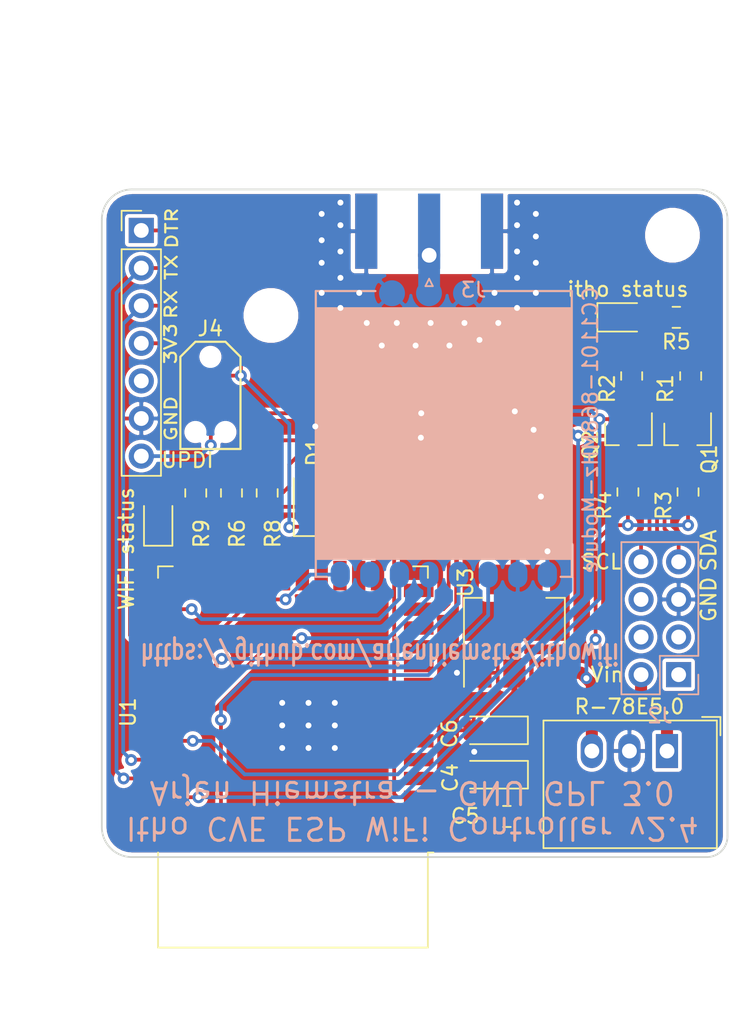
<source format=kicad_pcb>
(kicad_pcb (version 20171130) (host pcbnew "(5.1.9-0-10_14)")
  (layers (0 F.Cu signal) (1 GND power) (2 3V3 power) (31 B.Cu signal) (34 B.Paste user) (35 F.Paste user) (36 B.SilkS user) (37 F.SilkS user) (38 B.Mask user) (39 F.Mask user) (44 Edge.Cuts user))
  (net 0 "")
  (net 1 GND)
  (net 2 +5V)
  (net 3 +3V3)
  (net 4 +16V3)
  (net 5 SDA)
  (net 6 SCL)
  (net 7 "Net-(ATtiny1614-Pad11)")
  (net 8 "Net-(ATtiny1614-Pad9)")
  (net 9 "Net-(ATtiny1614-Pad8)")
  (net 10 "Net-(ATtiny1614-Pad4)")
  (net 11 "Net-(J3-Pad1)")
  (net 12 UPDI)
  (net 13 D0)
  (net 14 D0/RX0)
  (net 15 D1/TX0)
  (net 16 D23_MOSI)
  (net 17 D19_MISO)
  (net 18 D18_SCK)
  (net 19 D5_SS)
  (net 20 D4_IRQ)
  (net 21 "Net-(ATtiny1614-Pad2)")
  (net 22 "Net-(ATtiny1614-Pad3)")
  (net 23 "Net-(ATtiny1614-Pad5)")
  (net 24 "Net-(ATtiny1614-Pad6)")
  (net 25 "Net-(ATtiny1614-Pad7)")
  (net 26 "Net-(ATtiny1614-Pad12)")
  (net 27 "Net-(ATtiny1614-Pad13)")
  (net 28 "Net-(J1-Pad5)")
  (net 29 "Net-(J2-Pad1)")
  (net 30 "Net-(J2-Pad3)")
  (net 31 "Net-(J2-Pad4)")
  (net 32 "Net-(J2-Pad6)")
  (net 33 "Net-(U1-Pad32)")
  (net 34 "Net-(U1-Pad24)")
  (net 35 "Net-(U1-Pad23)")
  (net 36 "Net-(U1-Pad22)")
  (net 37 "Net-(U1-Pad21)")
  (net 38 "Net-(U1-Pad20)")
  (net 39 "Net-(U1-Pad19)")
  (net 40 "Net-(U1-Pad18)")
  (net 41 "Net-(U1-Pad17)")
  (net 42 "Net-(U1-Pad16)")
  (net 43 "Net-(U1-Pad14)")
  (net 44 "Net-(U1-Pad12)")
  (net 45 "Net-(U1-Pad11)")
  (net 46 "Net-(U1-Pad10)")
  (net 47 "Net-(U1-Pad9)")
  (net 48 "Net-(U1-Pad8)")
  (net 49 "Net-(U1-Pad7)")
  (net 50 "Net-(U1-Pad6)")
  (net 51 "Net-(U1-Pad5)")
  (net 52 "Net-(U1-Pad4)")
  (net 53 "Net-(U2-Pad7)")
  (net 54 "Net-(JP1-Pad2)")
  (net 55 EN)
  (net 56 DTR)
  (net 57 "Net-(LED1-Pad2)")
  (net 58 "Net-(LED1-Pad1)")
  (net 59 "Net-(LED2-Pad2)")
  (module MountingHole:MountingHole_2.5mm (layer F.Cu) (at 94.488 113.538)
    (fp_text reference H2 hide)
    (fp_text value MountingHole hide)
    (pad "" np_thru_hole circle (at 0 0) (size 3.2 3.2) (drill 3.2) (layers *.Cu *.Mask))
  )
  (module Package_SO:SOIC-14_3.9x8.7mm_P1.27mm (layer F.Cu) (at 108.4326 120.966 90)
    (fp_text reference ATtiny1614 (at 4.634 -0.3556) (layer F.SilkS))
    (fp_text value ATtiny1614-SS)
    (pad 1 smd roundrect (at -2.475 -3.81 90) (size 1.95 0.6) (layers F.Cu F.Paste F.Mask) (net 3 +3V3))
    (pad 2 smd roundrect (at -2.475 -2.54 90) (size 1.95 0.6) (layers F.Cu F.Paste F.Mask) (net 21 "Net-(ATtiny1614-Pad2)"))
    (pad 3 smd roundrect (at -2.475 -1.27 90) (size 1.95 0.6) (layers F.Cu F.Paste F.Mask) (net 22 "Net-(ATtiny1614-Pad3)"))
    (pad 4 smd roundrect (at -2.475 0 90) (size 1.95 0.6) (layers F.Cu F.Paste F.Mask) (net 10 "Net-(ATtiny1614-Pad4)"))
    (pad 5 smd roundrect (at -2.475 1.27 90) (size 1.95 0.6) (layers F.Cu F.Paste F.Mask) (net 23 "Net-(ATtiny1614-Pad5)"))
    (pad 6 smd roundrect (at -2.475 2.54 90) (size 1.95 0.6) (layers F.Cu F.Paste F.Mask) (net 24 "Net-(ATtiny1614-Pad6)"))
    (pad 7 smd roundrect (at -2.475 3.81 90) (size 1.95 0.6) (layers F.Cu F.Paste F.Mask) (net 25 "Net-(ATtiny1614-Pad7)"))
    (pad 8 smd roundrect (at 2.475 3.81 90) (size 1.95 0.6) (layers F.Cu F.Paste F.Mask) (net 9 "Net-(ATtiny1614-Pad8)"))
    (pad 9 smd roundrect (at 2.475 2.54 90) (size 1.95 0.6) (layers F.Cu F.Paste F.Mask) (net 8 "Net-(ATtiny1614-Pad9)"))
    (pad 10 smd roundrect (at 2.475 1.27 90) (size 1.95 0.6) (layers F.Cu F.Paste F.Mask) (net 12 UPDI))
    (pad 11 smd roundrect (at 2.475 0 90) (size 1.95 0.6) (layers F.Cu F.Paste F.Mask) (net 7 "Net-(ATtiny1614-Pad11)"))
    (pad 12 smd roundrect (at 2.475 -1.27 90) (size 1.95 0.6) (layers F.Cu F.Paste F.Mask) (net 26 "Net-(ATtiny1614-Pad12)"))
    (pad 13 smd roundrect (at 2.475 -2.54 90) (size 1.95 0.6) (layers F.Cu F.Paste F.Mask) (net 27 "Net-(ATtiny1614-Pad13)"))
    (pad 14 smd roundrect (at 2.475 -3.81 90) (size 1.95 0.6) (layers F.Cu F.Paste F.Mask) (net 1 GND))
  )
  (module nrg_watch:TC2020-MCP-NL (layer F.Cu) (at 90.3986 118.872)
    (fp_text reference J4 (at -0.0127 -4.445) (layer F.SilkS))
    (fp_text value TC2030-MCP-NL hide)
    (pad 6 smd circle (at 0.635 1.27) (size 0.7874 0.7874) (layers F.Cu F.Mask) (net 12 UPDI))
    (pad 4 smd circle (at 0.635 0) (size 0.7874 0.7874) (layers F.Cu F.Mask) (net 1 GND))
    (pad 5 smd circle (at -0.635 1.27) (size 0.7874 0.7874) (layers F.Cu F.Mask) (net 3 +3V3))
    (pad 3 smd circle (at -0.635 0) (size 0.7874 0.7874) (layers F.Cu F.Mask) (net 14 D0/RX0))
    (pad 1 smd circle (at -0.635 -1.27) (size 0.7874 0.7874) (layers F.Cu F.Mask) (net 15 D1/TX0))
    (pad 2 smd circle (at 0.635 -1.27) (size 0.7874 0.7874) (layers F.Cu F.Mask) (net 56 DTR))
    (pad "" np_thru_hole circle (at -1.016 2.54) (size 0.9906 0.9906) (drill 0.9906) (layers *.Cu *.Mask))
    (pad "" np_thru_hole circle (at 1.016 2.54) (size 0.9906 0.9906) (drill 0.9906) (layers *.Cu *.Mask))
    (pad "" np_thru_hole circle (at 0 -2.54) (size 0.9906 0.9906) (drill 0.9906) (layers *.Cu *.Mask))
  )
  (module MountingHole:MountingHole_2.5mm (layer F.Cu) (at 121.63 108.12)
    (fp_text reference H1 hide)
    (fp_text value MountingHole hide)
    (pad "" np_thru_hole circle (at 0 0) (size 3.2 3.2) (drill 3.2) (layers *.Cu *.Mask))
  )
  (module RF_Module:ESP32-WROOM-32 (layer F.Cu) (at 95.9776 140.3604 180)
    (fp_text reference U1 (at 11.1416 0.0254 -90) (layer F.SilkS))
    (fp_text value ESP32-WROOM hide)
    (pad 38 smd rect (at 8.5 -8.255 180) (size 2 0.9) (layers F.Cu F.Paste F.Mask) (net 1 GND))
    (pad 37 smd rect (at 8.5 -6.985 180) (size 2 0.9) (layers F.Cu F.Paste F.Mask) (net 16 D23_MOSI))
    (pad 36 smd rect (at 8.5 -5.715 180) (size 2 0.9) (layers F.Cu F.Paste F.Mask) (net 8 "Net-(ATtiny1614-Pad9)"))
    (pad 35 smd rect (at 8.5 -4.445 180) (size 2 0.9) (layers F.Cu F.Paste F.Mask) (net 15 D1/TX0))
    (pad 34 smd rect (at 8.5 -3.175 180) (size 2 0.9) (layers F.Cu F.Paste F.Mask) (net 14 D0/RX0))
    (pad 33 smd rect (at 8.5 -1.905 180) (size 2 0.9) (layers F.Cu F.Paste F.Mask) (net 9 "Net-(ATtiny1614-Pad8)"))
    (pad 32 smd rect (at 8.5 -0.635 180) (size 2 0.9) (layers F.Cu F.Paste F.Mask) (net 33 "Net-(U1-Pad32)"))
    (pad 31 smd rect (at 8.5 0.635 180) (size 2 0.9) (layers F.Cu F.Paste F.Mask) (net 17 D19_MISO))
    (pad 30 smd rect (at 8.5 1.905 180) (size 2 0.9) (layers F.Cu F.Paste F.Mask) (net 18 D18_SCK))
    (pad 29 smd rect (at 8.5 3.175 180) (size 2 0.9) (layers F.Cu F.Paste F.Mask) (net 19 D5_SS))
    (pad 28 smd rect (at 8.5 4.445 180) (size 2 0.9) (layers F.Cu F.Paste F.Mask) (net 58 "Net-(LED1-Pad1)"))
    (pad 27 smd rect (at 8.5 5.715 180) (size 2 0.9) (layers F.Cu F.Paste F.Mask) (net 10 "Net-(ATtiny1614-Pad4)"))
    (pad 26 smd rect (at 8.5 6.985 180) (size 2 0.9) (layers F.Cu F.Paste F.Mask) (net 20 D4_IRQ))
    (pad 25 smd rect (at 8.5 8.255 180) (size 2 0.9) (layers F.Cu F.Paste F.Mask) (net 13 D0))
    (pad 24 smd rect (at 5.715 9.255 270) (size 2 0.9) (layers F.Cu F.Paste F.Mask) (net 34 "Net-(U1-Pad24)"))
    (pad 23 smd rect (at 4.445 9.255 270) (size 2 0.9) (layers F.Cu F.Paste F.Mask) (net 35 "Net-(U1-Pad23)"))
    (pad 22 smd rect (at 3.175 9.255 270) (size 2 0.9) (layers F.Cu F.Paste F.Mask) (net 36 "Net-(U1-Pad22)"))
    (pad 21 smd rect (at 1.905 9.255 270) (size 2 0.9) (layers F.Cu F.Paste F.Mask) (net 37 "Net-(U1-Pad21)"))
    (pad 20 smd rect (at 0.635 9.255 270) (size 2 0.9) (layers F.Cu F.Paste F.Mask) (net 38 "Net-(U1-Pad20)"))
    (pad 19 smd rect (at -0.635 9.255 270) (size 2 0.9) (layers F.Cu F.Paste F.Mask) (net 39 "Net-(U1-Pad19)"))
    (pad 18 smd rect (at -1.905 9.255 270) (size 2 0.9) (layers F.Cu F.Paste F.Mask) (net 40 "Net-(U1-Pad18)"))
    (pad 17 smd rect (at -3.175 9.255 270) (size 2 0.9) (layers F.Cu F.Paste F.Mask) (net 41 "Net-(U1-Pad17)"))
    (pad 16 smd rect (at -4.445 9.255 270) (size 2 0.9) (layers F.Cu F.Paste F.Mask) (net 42 "Net-(U1-Pad16)"))
    (pad 15 smd rect (at -5.715 9.255 270) (size 2 0.9) (layers F.Cu F.Paste F.Mask) (net 1 GND))
    (pad 14 smd rect (at -8.5 8.255 180) (size 2 0.9) (layers F.Cu F.Paste F.Mask) (net 43 "Net-(U1-Pad14)"))
    (pad 13 smd rect (at -8.5 6.985 180) (size 2 0.9) (layers F.Cu F.Paste F.Mask) (net 54 "Net-(JP1-Pad2)"))
    (pad 12 smd rect (at -8.5 5.715 180) (size 2 0.9) (layers F.Cu F.Paste F.Mask) (net 44 "Net-(U1-Pad12)"))
    (pad 11 smd rect (at -8.5 4.445 180) (size 2 0.9) (layers F.Cu F.Paste F.Mask) (net 45 "Net-(U1-Pad11)"))
    (pad 10 smd rect (at -8.5 3.175 180) (size 2 0.9) (layers F.Cu F.Paste F.Mask) (net 46 "Net-(U1-Pad10)"))
    (pad 9 smd rect (at -8.5 1.905 180) (size 2 0.9) (layers F.Cu F.Paste F.Mask) (net 47 "Net-(U1-Pad9)"))
    (pad 8 smd rect (at -8.5 0.635 180) (size 2 0.9) (layers F.Cu F.Paste F.Mask) (net 48 "Net-(U1-Pad8)"))
    (pad 7 smd rect (at -8.5 -0.635 180) (size 2 0.9) (layers F.Cu F.Paste F.Mask) (net 49 "Net-(U1-Pad7)"))
    (pad 6 smd rect (at -8.5 -1.905 180) (size 2 0.9) (layers F.Cu F.Paste F.Mask) (net 50 "Net-(U1-Pad6)"))
    (pad 5 smd rect (at -8.5 -3.175 180) (size 2 0.9) (layers F.Cu F.Paste F.Mask) (net 51 "Net-(U1-Pad5)"))
    (pad 4 smd rect (at -8.5 -4.445 180) (size 2 0.9) (layers F.Cu F.Paste F.Mask) (net 52 "Net-(U1-Pad4)"))
    (pad 3 smd rect (at -8.5 -5.715 180) (size 2 0.9) (layers F.Cu F.Paste F.Mask) (net 55 EN))
    (pad 2 smd rect (at -8.5 -6.985 180) (size 2 0.9) (layers F.Cu F.Paste F.Mask) (net 3 +3V3))
    (pad 1 smd rect (at -8.5 -8.255 180) (size 2 0.9) (layers F.Cu F.Paste F.Mask) (net 1 GND))
    (pad 39 smd rect (at -1 -0.755 180) (size 5 5) (layers F.Cu F.Paste F.Mask) (net 1 GND))
  )
  (module Jumper:SolderJumper-2_P1.3mm_Open_RoundedPad1.0x1.5mm (layer F.Cu) (at 109.1542 127.3556 180)
    (fp_text reference JP1 hide)
    (fp_text value Failsafe (at 0 1.9) (layer F.SilkS))
    (pad 2 smd custom (at 0.65 0 180) (size 1 0.5) (layers F.Cu F.Mask) (net 54 "Net-(JP1-Pad2)") (options (clearance outline) (anchor rect)) (primitives (gr_circle (center 0 0.25) (end 0.5 0.25) (width 0)) (gr_circle (center 0 -0.25) (end 0.5 -0.25) (width 0)) (gr_poly (pts (xy 0 -0.75) (xy -0.5 -0.75) (xy -0.5 0.75) (xy 0 0.75)) (width 0))))
    (pad 1 smd custom (at -0.65 0 180) (size 1 0.5) (layers F.Cu F.Mask) (net 3 +3V3) (options (clearance outline) (anchor rect)) (primitives (gr_circle (center 0 0.25) (end 0.5 0.25) (width 0)) (gr_circle (center 0 -0.25) (end 0.5 -0.25) (width 0)) (gr_poly (pts (xy 0 -0.75) (xy 0.5 -0.75) (xy 0.5 0.75) (xy 0 0.75)) (width 0))))
  )
  (module Resistor_SMD:R_0805_2012Metric (layer F.Cu) (at 105.5647 127.3556)
    (fp_text reference R10 (at -0.4341 1.778 180) (layer F.SilkS))
    (fp_text value 10K hide)
    (pad 2 smd roundrect (at 0.9375 0) (size 0.975 1.4) (layers F.Cu F.Paste F.Mask) (net 54 "Net-(JP1-Pad2)"))
    (pad 1 smd roundrect (at -0.9375 0) (size 0.975 1.4) (layers F.Cu F.Paste F.Mask) (net 1 GND))
  )
  (module Capacitor_Tantalum_SMD:CP_EIA-3216-12_Kemet-S (layer F.Cu) (at 109.5464 141.5542 180)
    (fp_text reference C6 (at 2.9934 -0.2286 90) (layer F.SilkS))
    (fp_text value 10uF hide)
    (pad 2 smd roundrect (at 1.35 0 180) (size 1.4 1.35) (layers F.Cu F.Paste F.Mask) (roundrect_rratio 0.1851844444444445) (net 1 GND))
    (pad 1 smd roundrect (at -1.35 0 180) (size 1.4 1.35) (layers F.Cu F.Paste F.Mask) (roundrect_rratio 0.1851844444444445) (net 2 +5V))
  )
  (module Capacitor_Tantalum_SMD:CP_EIA-3216-12_Kemet-S (layer F.Cu) (at 109.5502 144.5514 180)
    (fp_text reference C4 (at 2.9464 -0.2032 90) (layer F.SilkS))
    (fp_text value 10uF hide)
    (pad 2 smd roundrect (at 1.35 0 180) (size 1.4 1.35) (layers F.Cu F.Paste F.Mask) (roundrect_rratio 0.1851844444444445) (net 1 GND))
    (pad 1 smd roundrect (at -1.35 0 180) (size 1.4 1.35) (layers F.Cu F.Paste F.Mask) (roundrect_rratio 0.1851844444444445) (net 3 +3V3))
  )
  (module Connector_Pin:Pin_D1.0mm_L10.0mm (layer F.Cu) (at 105.1814 109.474)
    (fp_text reference REF** hide)
    (fp_text value Pin_D1.0mm_L10.0mm hide)
    (pad 1 thru_hole circle (at 0 0) (size 1.5 1.5) (drill 1) (layers *.Cu *.Mask) (net 11 "Net-(J3-Pad1)"))
  )
  (module LED_SMD:LED_0805_2012Metric (layer F.Cu) (at 86.868 127.4041 90)
    (fp_text reference LED1 hide)
    (fp_text value "WIFI status" (at -1.8819 -2.159 -90) (layer F.SilkS))
    (pad 2 smd roundrect (at 0.9375 0 90) (size 0.975 1.4) (layers F.Cu F.Paste F.Mask) (net 57 "Net-(LED1-Pad2)"))
    (pad 1 smd roundrect (at -0.9375 0 90) (size 0.975 1.4) (layers F.Cu F.Paste F.Mask) (net 58 "Net-(LED1-Pad1)"))
  )
  (module Resistor_SMD:R_0805_2012Metric (layer F.Cu) (at 89.408 125.5245 270)
    (fp_text reference R9 (at 2.7455 -0.381 270) (layer F.SilkS))
    (fp_text value R100 hide)
    (pad 2 smd roundrect (at 0.9375 0 270) (size 0.975 1.4) (layers F.Cu F.Paste F.Mask) (net 57 "Net-(LED1-Pad2)"))
    (pad 1 smd roundrect (at -0.9375 0 270) (size 0.975 1.4) (layers F.Cu F.Paste F.Mask) (net 3 +3V3))
  )
  (module Package_TO_SOT_SMD:SOT-223-3_TabPin2 (layer F.Cu) (at 110.9472 134.518 90)
    (fp_text reference U3 (at 2.9464 -3.302 90) (layer F.SilkS))
    (fp_text value AMS1117-3.3 hide)
    (pad 1 smd rect (at -3.15 -2.3 90) (size 2 1.5) (layers F.Cu F.Paste F.Mask) (net 1 GND))
    (pad 3 smd rect (at -3.15 2.3 90) (size 2 1.5) (layers F.Cu F.Paste F.Mask) (net 2 +5V))
    (pad 2 smd rect (at -3.15 0 90) (size 2 1.5) (layers F.Cu F.Paste F.Mask) (net 3 +3V3))
    (pad 2 smd rect (at 3.15 0 90) (size 2 3.8) (layers F.Cu F.Paste F.Mask) (net 3 +3V3))
  )
  (module Resistor_SMD:R_0805_2012Metric (layer F.Cu) (at 94.234 125.5245 90)
    (fp_text reference R8 (at -2.7455 0.381 90) (layer F.SilkS))
    (fp_text value 10K hide)
    (pad 2 smd roundrect (at 0.9375 0 90) (size 0.975 1.4) (layers F.Cu F.Paste F.Mask) (net 3 +3V3))
    (pad 1 smd roundrect (at -0.9375 0 90) (size 0.975 1.4) (layers F.Cu F.Paste F.Mask) (net 13 D0))
  )
  (module Resistor_SMD:R_0805_2012Metric (layer F.Cu) (at 99.949 122.9083 90)
    (fp_text reference R7 (at 2.7155 0.381 90) (layer F.SilkS))
    (fp_text value 10K hide)
    (pad 2 smd roundrect (at 0.9375 0 90) (size 0.975 1.4) (layers F.Cu F.Paste F.Mask) (net 3 +3V3))
    (pad 1 smd roundrect (at -0.9375 0 90) (size 0.975 1.4) (layers F.Cu F.Paste F.Mask) (net 55 EN))
  )
  (module Connector_PinHeader_2.54mm:PinHeader_1x07_P2.54mm_Vertical (layer F.Cu) (at 85.725 107.7976)
    (fp_text reference J1 hide)
    (fp_text value CONN_01X07 hide)
    (pad 7 thru_hole oval (at 0 15.24) (size 1.7 1.7) (drill 1) (layers *.Cu *.Mask) (net 12 UPDI))
    (pad 6 thru_hole oval (at 0 12.7) (size 1.7 1.7) (drill 1) (layers *.Cu *.Mask) (net 1 GND))
    (pad 5 thru_hole oval (at 0 10.16) (size 1.7 1.7) (drill 1) (layers *.Cu *.Mask) (net 28 "Net-(J1-Pad5)"))
    (pad 4 thru_hole oval (at 0 7.62) (size 1.7 1.7) (drill 1) (layers *.Cu *.Mask) (net 3 +3V3))
    (pad 3 thru_hole oval (at 0 5.08) (size 1.7 1.7) (drill 1) (layers *.Cu *.Mask) (net 14 D0/RX0))
    (pad 2 thru_hole oval (at 0 2.54) (size 1.7 1.7) (drill 1) (layers *.Cu *.Mask) (net 15 D1/TX0))
    (pad 1 thru_hole rect (at 0 0) (size 1.7 1.7) (drill 1) (layers *.Cu *.Mask) (net 56 DTR))
  )
  (module Diode_SMD:D_SOD-123 (layer F.Cu) (at 97.028 126.1862 90)
    (fp_text reference D1 (at 3.429 0.381 90) (layer F.SilkS))
    (fp_text value D_Zener hide)
    (pad 2 smd rect (at 1.65 0 90) (size 0.9 1.2) (layers F.Cu F.Paste F.Mask) (net 13 D0))
    (pad 1 smd rect (at -1.65 0 90) (size 0.9 1.2) (layers F.Cu F.Paste F.Mask) (net 56 DTR))
  )
  (module Capacitor_SMD:C_0805_2012Metric (layer F.Cu) (at 110.4369 147.3708)
    (fp_text reference C5 (at -2.8171 -0.0254) (layer F.SilkS))
    (fp_text value 0.1uF hide)
    (pad 2 smd roundrect (at 0.9375 0) (size 0.975 1.4) (layers F.Cu F.Paste F.Mask) (net 1 GND))
    (pad 1 smd roundrect (at -0.9375 0) (size 0.975 1.4) (layers F.Cu F.Paste F.Mask) (net 3 +3V3))
  )
  (module Capacitor_SMD:C_0805_2012Metric (layer F.Cu) (at 99.949 126.873 270)
    (fp_text reference C2 (at -0.0785 -1.8542 270) (layer F.SilkS))
    (fp_text value 1uF hide)
    (pad 2 smd roundrect (at 0.9375 0 270) (size 0.975 1.4) (layers F.Cu F.Paste F.Mask) (net 56 DTR))
    (pad 1 smd roundrect (at -0.9375 0 270) (size 0.975 1.4) (layers F.Cu F.Paste F.Mask) (net 55 EN))
  )
  (module Connector_Coaxial:SMA_Amphenol_132289_EdgeMount (layer B.Cu) (at 105.1814 107.8484 90)
    (fp_text reference J3 (at -3.96 3) (layer B.SilkS) (effects (justify mirror)))
    (fp_text value Conn_Coaxial)
    (pad 2 smd rect (at 0 -4.25) (size 1.5 5.08) (layers F.Cu F.Paste F.Mask) (net 1 GND))
    (pad 2 smd rect (at 0 4.25) (size 1.5 5.08) (layers F.Cu F.Paste F.Mask) (net 1 GND))
    (pad 2 smd rect (at 0 -4.25) (size 1.5 5.08) (layers B.Cu B.Paste B.Mask) (net 1 GND))
    (pad 2 smd rect (at 0 4.25) (size 1.5 5.08) (layers B.Cu B.Paste B.Mask) (net 1 GND))
    (pad 1 smd rect (at 0 0) (size 1.5 5.08) (layers B.Cu B.Paste B.Mask) (net 11 "Net-(J3-Pad1)"))
  )
  (module nrg_watch:CC1101-868MHz-Module (layer B.Cu) (at 106.172 121.539 90)
    (fp_text reference U2 hide)
    (fp_text value CC1101-868MHz-Module (at 0.254 9.906 -90) (layer B.SilkS) (effects (justify mirror)))
    (pad 11 smd circle (at 9.5 1.5 90) (size 1.75 1.75) (layers B.Cu B.Paste B.Mask) (net 1 GND))
    (pad 10 smd circle (at 9.5 -1 90) (size 1.75 1.75) (layers B.Cu B.Paste B.Mask) (net 11 "Net-(J3-Pad1)"))
    (pad 9 smd circle (at 9.5 -3.5 90) (size 1.75 1.75) (layers B.Cu B.Paste B.Mask) (net 1 GND))
    (pad 8 smd oval (at -9.5 -7 90) (size 1.75 1.3) (layers B.Cu B.Paste B.Mask) (net 19 D5_SS))
    (pad 7 smd oval (at -9.5 -5 90) (size 1.75 1.3) (layers B.Cu B.Paste B.Mask) (net 53 "Net-(U2-Pad7)"))
    (pad 6 smd oval (at -9.5 -3 90) (size 1.75 1.3) (layers B.Cu B.Paste B.Mask) (net 20 D4_IRQ))
    (pad 5 smd oval (at -9.5 -1 90) (size 1.75 1.3) (layers B.Cu B.Paste B.Mask) (net 17 D19_MISO))
    (pad 4 smd oval (at -9.5 1 90) (size 1.75 1.3) (layers B.Cu B.Paste B.Mask) (net 18 D18_SCK))
    (pad 3 smd oval (at -9.5 3 90) (size 1.75 1.3) (layers B.Cu B.Paste B.Mask) (net 16 D23_MOSI))
    (pad 2 smd oval (at -9.5 5 90) (size 1.75 1.3) (layers B.Cu B.Paste B.Mask) (net 1 GND))
    (pad 1 smd oval (at -9.5 7 90) (size 1.75 1.3) (layers B.Cu B.Paste B.Mask) (net 3 +3V3))
  )
  (module LED_SMD:LED_0805_2012Metric (layer F.Cu) (at 118.237 113.665)
    (fp_text reference LED2 hide)
    (fp_text value "itho status" (at 0.381 -1.905) (layer F.SilkS))
    (pad 2 smd roundrect (at 0.9375 0) (size 0.975 1.4) (layers F.Cu F.Paste F.Mask) (net 59 "Net-(LED2-Pad2)"))
    (pad 1 smd roundrect (at -0.9375 0) (size 0.975 1.4) (layers F.Cu F.Paste F.Mask) (net 7 "Net-(ATtiny1614-Pad11)"))
  )
  (module Resistor_SMD:R_0805_2012Metric (layer F.Cu) (at 91.821 125.5245 90)
    (fp_text reference R6 (at -2.7455 0.381 90) (layer F.SilkS))
    (fp_text value R10K hide)
    (pad 1 smd roundrect (at -0.9375 0 90) (size 0.975 1.4) (layers F.Cu F.Paste F.Mask) (net 10 "Net-(ATtiny1614-Pad4)"))
    (pad 2 smd roundrect (at 0.9375 0 90) (size 0.975 1.4) (layers F.Cu F.Paste F.Mask) (net 3 +3V3))
  )
  (module Resistor_SMD:R_0805_2012Metric (layer F.Cu) (at 121.8923 113.665 180)
    (fp_text reference R5 (at 0 -1.65) (layer F.SilkS))
    (fp_text value R100)
    (pad 2 smd roundrect (at 0.9375 0 180) (size 0.975 1.4) (layers F.Cu F.Paste F.Mask) (net 59 "Net-(LED2-Pad2)"))
    (pad 1 smd roundrect (at -0.9375 0 180) (size 0.975 1.4) (layers F.Cu F.Paste F.Mask) (net 3 +3V3))
  )
  (module Resistor_SMD:R_0805_2012Metric (layer F.Cu) (at 118.618 125.461 270)
    (fp_text reference R4 (at 0.904 1.651 90) (layer F.SilkS))
    (fp_text value R10K)
    (pad 2 smd roundrect (at 0.9375 0 270) (size 0.975 1.4) (layers F.Cu F.Paste F.Mask) (net 2 +5V))
    (pad 1 smd roundrect (at -0.9375 0 270) (size 0.975 1.4) (layers F.Cu F.Paste F.Mask) (net 6 SCL))
  )
  (module Resistor_SMD:R_0805_2012Metric (layer F.Cu) (at 122.682 125.461 270)
    (fp_text reference R3 (at 0.904 1.651 90) (layer F.SilkS))
    (fp_text value R10K)
    (pad 2 smd roundrect (at 0.9375 0 270) (size 0.975 1.4) (layers F.Cu F.Paste F.Mask) (net 2 +5V))
    (pad 1 smd roundrect (at -0.9375 0 270) (size 0.975 1.4) (layers F.Cu F.Paste F.Mask) (net 5 SDA))
  )
  (module Resistor_SMD:R_0805_2012Metric (layer F.Cu) (at 118.872 117.6244 270)
    (fp_text reference R2 (at 0.8666 1.651 90) (layer F.SilkS))
    (fp_text value R10K)
    (pad 2 smd roundrect (at 0.9375 0 270) (size 0.975 1.4) (layers F.Cu F.Paste F.Mask) (net 8 "Net-(ATtiny1614-Pad9)"))
    (pad 1 smd roundrect (at -0.9375 0 270) (size 0.975 1.4) (layers F.Cu F.Paste F.Mask) (net 3 +3V3))
  )
  (module Resistor_SMD:R_0805_2012Metric (layer F.Cu) (at 122.8598 117.6244 90)
    (fp_text reference R1 (at -0.8666 -1.7018 90) (layer F.SilkS))
    (fp_text value R10K hide)
    (pad 2 smd roundrect (at 0.9375 0 90) (size 0.975 1.4) (layers F.Cu F.Paste F.Mask) (net 3 +3V3))
    (pad 1 smd roundrect (at -0.9375 0 90) (size 0.975 1.4) (layers F.Cu F.Paste F.Mask) (net 9 "Net-(ATtiny1614-Pad8)"))
  )
  (module Inductor_SMD:L_0805_2012Metric (layer F.Cu) (at 102.5144 121.0541 90)
    (fp_text reference C1 (at 2.7663 0.127 90) (layer F.SilkS))
    (fp_text value 0,1uF)
    (pad 1 smd roundrect (at -0.9375 0 90) (size 0.975 1.4) (layers F.Cu F.Paste F.Mask) (net 3 +3V3))
    (pad 2 smd roundrect (at 0.9375 0 90) (size 0.975 1.4) (layers F.Cu F.Paste F.Mask) (net 1 GND))
  )
  (module Package_TO_SOT_SMD:SOT-23 (layer F.Cu) (at 118.6586 121.539 270)
    (fp_text reference Q2 (at 0.746 2.584 90) (layer F.SilkS))
    (fp_text value BSS138 hide)
    (pad 3 smd rect (at 1 0 270) (size 0.9 0.8) (layers F.Cu F.Paste F.Mask) (net 6 SCL))
    (pad 2 smd rect (at -1 0.95 270) (size 0.9 0.8) (layers F.Cu F.Paste F.Mask) (net 8 "Net-(ATtiny1614-Pad9)"))
    (pad 1 smd rect (at -1 -0.95 270) (size 0.9 0.8) (layers F.Cu F.Paste F.Mask) (net 3 +3V3))
  )
  (module Package_TO_SOT_SMD:SOT-23 (layer F.Cu) (at 122.6566 121.539 270)
    (fp_text reference Q1 (at 1.7145 -1.4605 90) (layer F.SilkS))
    (fp_text value BSS138)
    (pad 3 smd rect (at 1 0 270) (size 0.9 0.8) (layers F.Cu F.Paste F.Mask) (net 5 SDA))
    (pad 2 smd rect (at -1 0.95 270) (size 0.9 0.8) (layers F.Cu F.Paste F.Mask) (net 9 "Net-(ATtiny1614-Pad8)"))
    (pad 1 smd rect (at -1 -0.95 270) (size 0.9 0.8) (layers F.Cu F.Paste F.Mask) (net 3 +3V3))
  )
  (module Converter_DCDC:Converter_DCDC_RECOM_R-78E-0.5_THT (layer F.Cu) (at 121.2596 142.9512 180)
    (fp_text reference R-78E5.0 (at 2.54 2.9972) (layer F.SilkS))
    (fp_text value U2)
    (pad 3 thru_hole oval (at 5.08 0 180) (size 1.5 2.3) (drill 1) (layers *.Cu *.Mask) (net 2 +5V))
    (pad 2 thru_hole oval (at 2.54 0 180) (size 1.5 2.3) (drill 1) (layers *.Cu *.Mask) (net 1 GND))
    (pad 1 thru_hole rect (at 0 0 180) (size 1.5 2.3) (drill 1) (layers *.Cu *.Mask) (net 4 +16V3))
  )
  (module Connector_PinSocket_2.54mm:PinSocket_2x04_P2.54mm_Vertical (layer B.Cu) (at 122.047 137.795)
    (fp_text reference J2 (at -1.27 2.77) (layer B.SilkS) (effects (justify mirror)))
    (fp_text value conn)
    (pad 1 thru_hole rect (at 0 0) (size 1.7 1.7) (drill 1) (layers *.Cu *.Mask) (net 29 "Net-(J2-Pad1)"))
    (pad 2 thru_hole oval (at -2.54 0) (size 1.7 1.7) (drill 1) (layers *.Cu *.Mask) (net 4 +16V3))
    (pad 3 thru_hole oval (at 0 -2.54) (size 1.7 1.7) (drill 1) (layers *.Cu *.Mask) (net 30 "Net-(J2-Pad3)"))
    (pad 4 thru_hole oval (at -2.54 -2.54) (size 1.7 1.7) (drill 1) (layers *.Cu *.Mask) (net 31 "Net-(J2-Pad4)"))
    (pad 5 thru_hole oval (at 0 -5.08) (size 1.7 1.7) (drill 1) (layers *.Cu *.Mask) (net 1 GND))
    (pad 6 thru_hole oval (at -2.54 -5.08) (size 1.7 1.7) (drill 1) (layers *.Cu *.Mask) (net 32 "Net-(J2-Pad6)"))
    (pad 7 thru_hole oval (at 0 -7.62) (size 1.7 1.7) (drill 1) (layers *.Cu *.Mask) (net 5 SDA))
    (pad 8 thru_hole oval (at -2.54 -7.62) (size 1.7 1.7) (drill 1) (layers *.Cu *.Mask) (net 6 SCL))
  )
  (gr_text GND (at 87.7316 120.4976 90) (layer F.SilkS) (effects (font (size 0.8 1))))
  (gr_text "3V3\n" (at 87.7062 115.443 90) (layer F.SilkS) (effects (font (size 0.8 1))))
  (gr_poly (pts (xy 114.808 129.9972) (xy 97.5614 129.9972) (xy 97.536 113.03) (xy 114.808 113.03)) (layer B.SilkS) (width 0.1))
  (gr_text UPDI (at 88.8492 123.317) (layer F.SilkS) (effects (font (size 1 1))))
  (gr_text RX (at 87.7316 112.8014 90) (layer F.SilkS) (effects (font (size 0.8 1))))
  (gr_text TX (at 87.757 110.2868 90) (layer F.SilkS) (effects (font (size 0.8 1))))
  (gr_text DTR (at 87.7824 107.6452 90) (layer F.SilkS) (effects (font (size 0.8 1))))
  (gr_text https://github.com/arjenhiemstra/ithowifi (at 101.854 136.398 -180) (layer B.SilkS) (effects (font (size 1.4 1) (thickness 0.2)) (justify mirror)))
  (gr_text Vin (at 117.221 137.795) (layer F.SilkS) (effects (font (size 1 1))))
  (gr_text GND (at 124.079 132.715 90) (layer F.SilkS) (effects (font (size 1 1))))
  (gr_text SCL (at 116.84 130.175) (layer F.SilkS) (effects (font (size 1 1))))
  (gr_text "SDA\n" (at 124.079 129.413 90) (layer F.SilkS) (effects (font (size 1 1))))
  (gr_text "Itho CVE ESP WiFi Controller v2.4\nArjen Hiemstra - GNU GPL 3.0\n" (at 104.0384 146.9644 180) (layer B.SilkS) (effects (font (size 1.5 1.5) (thickness 0.2)) (justify mirror)))
  (gr_arc (start 123.952 148.717) (end 123.952 150.114) (angle -90) (layer Edge.Cuts) (width 0.12))
  (gr_arc (start 85.09 148.082) (end 83.058 148.082) (angle -90) (layer Edge.Cuts) (width 0.12))
  (gr_arc (start 123.317 107.061) (end 125.349 107.061) (angle -90) (layer Edge.Cuts) (width 0.12))
  (gr_arc (start 85.09 107.061) (end 85.09 105.029) (angle -90) (layer Edge.Cuts) (width 0.12))
  (gr_line (start 83.058 148.082) (end 83.058 107.061) (layer Edge.Cuts) (width 0.12))
  (gr_line (start 123.952 150.114) (end 85.09 150.114) (layer Edge.Cuts) (width 0.12))
  (gr_line (start 125.349 107.061) (end 125.349 148.717) (layer Edge.Cuts) (width 0.12))
  (gr_line (start 85.09 105.029) (end 123.317 105.029) (layer Edge.Cuts) (width 0.12))
  (via (at 95.25 139.7) (size 0.8) (drill 0.4) (layers F.Cu B.Cu) (net 1))
  (via (at 98.806 139.7) (size 0.8) (drill 0.4) (layers F.Cu B.Cu) (net 1))
  (via (at 97.028 139.7) (size 0.8) (drill 0.4) (layers F.Cu B.Cu) (net 1))
  (via (at 98.806 142.748) (size 0.8) (drill 0.4) (layers F.Cu B.Cu) (net 1))
  (via (at 97.028 142.748) (size 0.8) (drill 0.4) (layers F.Cu B.Cu) (net 1))
  (via (at 95.25 142.748) (size 0.8) (drill 0.4) (layers F.Cu B.Cu) (net 1))
  (via (at 95.25 141.224) (size 0.8) (drill 0.4) (layers F.Cu B.Cu) (net 1))
  (via (at 98.806 141.224) (size 0.8) (drill 0.4) (layers F.Cu B.Cu) (net 1))
  (via (at 97.028 141.224) (size 0.8) (drill 0.4) (layers F.Cu B.Cu) (net 1))
  (via (at 99.187 105.918) (size 0.8) (drill 0.4) (layers F.Cu B.Cu) (net 1))
  (via (at 99.187 107.442) (size 0.8) (drill 0.4) (layers F.Cu B.Cu) (net 1))
  (via (at 99.187 109.22) (size 0.8) (drill 0.4) (layers F.Cu B.Cu) (net 1))
  (via (at 100.457 112.014) (size 0.8) (drill 0.4) (layers F.Cu B.Cu) (net 1))
  (via (at 109.601 112.014) (size 0.8) (drill 0.4) (layers F.Cu B.Cu) (net 1))
  (segment (start 110.9468 131.039) (end 110.9472 131.0386) (width 0.4064) (layer B.Cu) (net 1))
  (via (at 108.2294 143.002) (size 0.8) (drill 0.4) (layers F.Cu B.Cu) (net 1))
  (via (at 104.648 120.142) (size 0.8) (drill 0.4) (layers F.Cu B.Cu) (net 1))
  (via (at 107.061 137.668) (size 0.8) (drill 0.4) (layers F.Cu B.Cu) (net 1))
  (via (at 109.855 114.046) (size 0.8) (drill 0.4) (layers F.Cu B.Cu) (net 1))
  (via (at 107.569 114.046) (size 0.8) (drill 0.4) (layers F.Cu B.Cu) (net 1))
  (via (at 105.283 114.046) (size 0.8) (drill 0.4) (layers F.Cu B.Cu) (net 1))
  (via (at 102.997 114.046) (size 0.8) (drill 0.4) (layers F.Cu B.Cu) (net 1))
  (via (at 100.965 114.046) (size 0.8) (drill 0.4) (layers F.Cu B.Cu) (net 1))
  (via (at 111.125 113.03) (size 0.8) (drill 0.4) (layers F.Cu B.Cu) (net 1))
  (via (at 111.125 110.998) (size 0.8) (drill 0.4) (layers F.Cu B.Cu) (net 1))
  (via (at 111.125 109.22) (size 0.8) (drill 0.4) (layers F.Cu B.Cu) (net 1))
  (via (at 111.125 107.442) (size 0.8) (drill 0.4) (layers F.Cu B.Cu) (net 1))
  (via (at 111.125 105.918) (size 0.8) (drill 0.4) (layers F.Cu B.Cu) (net 1))
  (via (at 99.187 113.03) (size 0.8) (drill 0.4) (layers F.Cu B.Cu) (net 1))
  (via (at 99.187 110.998) (size 0.8) (drill 0.4) (layers F.Cu B.Cu) (net 1))
  (via (at 108.585 115.189) (size 0.8) (drill 0.4) (layers F.Cu B.Cu) (net 1))
  (via (at 112.395 112.014) (size 0.8) (drill 0.4) (layers F.Cu B.Cu) (net 1))
  (via (at 112.395 109.982) (size 0.8) (drill 0.4) (layers F.Cu B.Cu) (net 1))
  (via (at 112.395 108.204) (size 0.8) (drill 0.4) (layers F.Cu B.Cu) (net 1))
  (via (at 112.395 106.68) (size 0.8) (drill 0.4) (layers F.Cu B.Cu) (net 1))
  (via (at 106.553 115.57) (size 0.8) (drill 0.4) (layers F.Cu B.Cu) (net 1))
  (via (at 104.267 115.57) (size 0.8) (drill 0.4) (layers F.Cu B.Cu) (net 1))
  (via (at 101.981 115.57) (size 0.8) (drill 0.4) (layers F.Cu B.Cu) (net 1))
  (via (at 97.917 112.014) (size 0.8) (drill 0.4) (layers F.Cu B.Cu) (net 1))
  (via (at 97.917 109.982) (size 0.8) (drill 0.4) (layers F.Cu B.Cu) (net 1))
  (via (at 97.917 108.458) (size 0.8) (drill 0.4) (layers F.Cu B.Cu) (net 1))
  (via (at 97.917 106.68) (size 0.8) (drill 0.4) (layers F.Cu B.Cu) (net 1))
  (via (at 97.4852 121.031) (size 0.8) (drill 0.4) (layers F.Cu B.Cu) (net 1))
  (segment (start 122.682 126.3985) (end 122.682 127.6985) (width 0.254) (layer F.Cu) (net 2))
  (via (at 122.682 127.6985) (size 0.8) (drill 0.4) (layers F.Cu B.Cu) (net 2))
  (segment (start 118.618 127.6985) (end 118.618 126.3985) (width 0.254) (layer F.Cu) (net 2))
  (segment (start 122.682 127.6985) (end 118.618 127.6985) (width 0.254) (layer B.Cu) (net 2))
  (via (at 118.618 127.6985) (size 0.8) (drill 0.4) (layers F.Cu B.Cu) (net 2))
  (segment (start 113.2472 137.668) (end 115.443 137.668) (width 0.8128) (layer F.Cu) (net 2))
  (segment (start 116.1796 138.4046) (end 116.1796 142.9512) (width 0.8128) (layer F.Cu) (net 2))
  (segment (start 115.824 138.049) (end 116.1796 138.4046) (width 0.8128) (layer F.Cu) (net 2))
  (segment (start 115.443 137.668) (end 115.8113 138.0363) (width 0.8128) (layer F.Cu) (net 2))
  (segment (start 110.8964 141.5542) (end 112.3442 141.5542) (width 0.4064) (layer F.Cu) (net 2))
  (segment (start 113.2472 140.6512) (end 113.2472 137.668) (width 0.4064) (layer F.Cu) (net 2))
  (segment (start 112.3442 141.5542) (end 113.2472 140.6512) (width 0.4064) (layer F.Cu) (net 2))
  (segment (start 115.8113 138.0363) (end 115.824 138.049) (width 0.8128) (layer F.Cu) (net 2))
  (via (at 115.8113 138.0363) (size 0.8) (drill 0.4) (layers F.Cu B.Cu) (net 2))
  (via (at 116.4336 135.4074) (size 0.8) (drill 0.4) (layers F.Cu B.Cu) (net 2))
  (segment (start 115.8113 136.0297) (end 116.4336 135.4074) (width 0.254) (layer B.Cu) (net 2))
  (segment (start 115.8113 138.0363) (end 115.8113 136.0297) (width 0.254) (layer B.Cu) (net 2))
  (segment (start 116.4336 128.8034) (end 117.5385 127.6985) (width 0.254) (layer F.Cu) (net 2))
  (segment (start 117.5385 127.6985) (end 118.618 127.6985) (width 0.254) (layer F.Cu) (net 2))
  (segment (start 116.4336 135.4074) (end 116.4336 128.8034) (width 0.254) (layer F.Cu) (net 2))
  (segment (start 109.8042 127.3556) (end 110.8456 127.3556) (width 0.254) (layer F.Cu) (net 3))
  (segment (start 110.9472 127.4572) (end 110.9472 131.368) (width 0.254) (layer F.Cu) (net 3))
  (segment (start 110.8456 127.3556) (end 110.9472 127.4572) (width 0.254) (layer F.Cu) (net 3))
  (segment (start 88.138 124.587) (end 87.249 123.698) (width 0.254) (layer F.Cu) (net 3))
  (segment (start 87.249 123.698) (end 87.249 120.142) (width 0.254) (layer F.Cu) (net 3))
  (segment (start 89.408 124.587) (end 88.138 124.587) (width 0.254) (layer F.Cu) (net 3))
  (segment (start 87.249 115.824) (end 87.249 120.142) (width 0.254) (layer F.Cu) (net 3))
  (segment (start 87.249 120.142) (end 89.7636 120.142) (width 0.254) (layer F.Cu) (net 3))
  (segment (start 86.8426 115.4176) (end 87.249 115.824) (width 0.254) (layer F.Cu) (net 3))
  (segment (start 85.725 115.4176) (end 86.8426 115.4176) (width 0.254) (layer F.Cu) (net 3))
  (segment (start 102.5144 121.9916) (end 102.5144 122.7328) (width 0.4064) (layer F.Cu) (net 3))
  (segment (start 102.5144 122.7328) (end 103.2226 123.441) (width 0.4064) (layer F.Cu) (net 3))
  (segment (start 91.821 124.587) (end 94.234 124.587) (width 0.254) (layer F.Cu) (net 3))
  (segment (start 99.9698 121.9916) (end 99.949 121.9708) (width 0.254) (layer F.Cu) (net 3))
  (segment (start 102.5144 121.9916) (end 99.9698 121.9916) (width 0.254) (layer F.Cu) (net 3))
  (segment (start 99.949 121.9708) (end 95.3262 121.9708) (width 0.254) (layer F.Cu) (net 3))
  (segment (start 104.6226 123.441) (end 104.6226 121.793) (width 0.4064) (layer F.Cu) (net 3))
  (segment (start 94.234 123.063) (end 94.234 124.587) (width 0.254) (layer F.Cu) (net 3))
  (segment (start 95.3262 121.9708) (end 94.234 123.063) (width 0.254) (layer F.Cu) (net 3))
  (segment (start 103.2226 123.441) (end 104.6226 123.441) (width 0.4064) (layer F.Cu) (net 3))
  (via (at 104.6226 121.793) (size 0.8) (drill 0.4) (layers F.Cu B.Cu) (net 3))
  (segment (start 89.408 124.587) (end 91.821 124.587) (width 0.254) (layer F.Cu) (net 3))
  (segment (start 113.197 131.064) (end 113.172 131.039) (width 0.254) (layer B.Cu) (net 3))
  (segment (start 124.1806 119.2276) (end 123.6066 119.8016) (width 0.254) (layer F.Cu) (net 3))
  (segment (start 123.6066 119.8016) (end 123.6066 120.539) (width 0.254) (layer F.Cu) (net 3))
  (segment (start 124.1806 117.0686) (end 124.1806 119.2276) (width 0.254) (layer F.Cu) (net 3))
  (segment (start 123.7989 116.6869) (end 124.1806 117.0686) (width 0.254) (layer F.Cu) (net 3))
  (segment (start 122.8598 116.6869) (end 123.7989 116.6869) (width 0.254) (layer F.Cu) (net 3))
  (segment (start 118.872 116.6869) (end 120.7255 116.6869) (width 0.254) (layer F.Cu) (net 3))
  (segment (start 120.7255 116.6869) (end 122.8598 116.6869) (width 0.254) (layer F.Cu) (net 3))
  (segment (start 120.7262 118.6688) (end 120.7262 116.6876) (width 0.254) (layer F.Cu) (net 3))
  (segment (start 120.7262 116.6876) (end 120.7255 116.6869) (width 0.254) (layer F.Cu) (net 3))
  (segment (start 120.7262 120.0658) (end 120.253 120.539) (width 0.254) (layer F.Cu) (net 3))
  (segment (start 120.253 120.539) (end 119.6086 120.539) (width 0.254) (layer F.Cu) (net 3))
  (segment (start 120.7262 118.6688) (end 120.7262 120.0658) (width 0.254) (layer F.Cu) (net 3))
  (segment (start 113.1824 126.2126) (end 113.1824 129.4638) (width 0.4064) (layer B.Cu) (net 3))
  (segment (start 113.792 119.126) (end 113.792 124.714) (width 0.254) (layer F.Cu) (net 3))
  (segment (start 116.2311 116.6869) (end 113.792 119.126) (width 0.254) (layer F.Cu) (net 3))
  (segment (start 108.7628 121.793) (end 112.7379 125.7681) (width 0.4064) (layer B.Cu) (net 3))
  (segment (start 118.872 116.6869) (end 116.2311 116.6869) (width 0.254) (layer F.Cu) (net 3))
  (segment (start 113.792 124.714) (end 112.7379 125.7681) (width 0.254) (layer F.Cu) (net 3))
  (segment (start 112.7379 125.7681) (end 113.1824 126.2126) (width 0.4064) (layer B.Cu) (net 3))
  (segment (start 122.8598 113.695) (end 122.8298 113.665) (width 0.254) (layer F.Cu) (net 3))
  (segment (start 122.8598 116.6869) (end 122.8598 113.695) (width 0.254) (layer F.Cu) (net 3))
  (segment (start 113.172 129.4742) (end 113.1824 129.4638) (width 0.254) (layer B.Cu) (net 3))
  (segment (start 113.172 131.039) (end 113.172 129.4742) (width 0.254) (layer B.Cu) (net 3))
  (via (at 112.7379 125.7681) (size 0.8) (drill 0.4) (layers F.Cu B.Cu) (net 3))
  (via (at 113.1824 129.4638) (size 0.8) (drill 0.4) (layers F.Cu B.Cu) (net 3))
  (segment (start 104.6226 121.793) (end 108.7628 121.793) (width 0.4064) (layer B.Cu) (net 3))
  (segment (start 110.9472 137.668) (end 110.9472 139.0142) (width 0.4064) (layer F.Cu) (net 3))
  (segment (start 104.4776 147.3454) (end 109.474 147.3454) (width 0.4064) (layer F.Cu) (net 3))
  (segment (start 110.9002 144.5514) (end 109.5248 144.5514) (width 0.4064) (layer F.Cu) (net 3))
  (segment (start 109.4994 144.5768) (end 109.4994 147.3708) (width 0.4064) (layer F.Cu) (net 3))
  (segment (start 109.5248 144.5514) (end 109.4994 144.5768) (width 0.4064) (layer F.Cu) (net 3))
  (segment (start 109.4994 140.462) (end 109.4994 144.5768) (width 0.4064) (layer F.Cu) (net 3))
  (segment (start 109.474 147.3454) (end 109.4994 147.3708) (width 0.4064) (layer F.Cu) (net 3))
  (segment (start 110.9472 139.0142) (end 109.4994 140.462) (width 0.4064) (layer F.Cu) (net 3))
  (segment (start 110.9472 137.668) (end 110.9472 131.368) (width 0.8128) (layer F.Cu) (net 3))
  (segment (start 121.2596 142.9512) (end 121.2596 141.2621) (width 0.8128) (layer F.Cu) (net 4))
  (segment (start 119.507 139.5095) (end 119.507 137.795) (width 0.8128) (layer F.Cu) (net 4))
  (segment (start 121.2596 141.2621) (end 119.507 139.5095) (width 0.8128) (layer F.Cu) (net 4))
  (segment (start 122.6566 124.4981) (end 122.682 124.5235) (width 0.254) (layer F.Cu) (net 5))
  (segment (start 122.6566 122.539) (end 122.6566 124.4981) (width 0.254) (layer F.Cu) (net 5))
  (segment (start 122.047 128.905) (end 122.047 130.175) (width 0.254) (layer F.Cu) (net 5))
  (segment (start 121.0945 124.968) (end 121.0945 127.9525) (width 0.254) (layer F.Cu) (net 5))
  (segment (start 121.539 124.5235) (end 121.0945 124.968) (width 0.254) (layer F.Cu) (net 5))
  (segment (start 121.0945 127.9525) (end 122.047 128.905) (width 0.254) (layer F.Cu) (net 5))
  (segment (start 122.682 124.5235) (end 121.539 124.5235) (width 0.254) (layer F.Cu) (net 5))
  (segment (start 118.6586 124.4829) (end 118.618 124.5235) (width 0.254) (layer F.Cu) (net 6))
  (segment (start 118.6586 122.539) (end 118.6586 124.4829) (width 0.254) (layer F.Cu) (net 6))
  (segment (start 118.618 124.5235) (end 119.6975 124.5235) (width 0.254) (layer F.Cu) (net 6))
  (segment (start 119.6975 124.5235) (end 120.0785 124.9045) (width 0.254) (layer F.Cu) (net 6))
  (segment (start 120.0785 124.9045) (end 120.0785 128.143) (width 0.254) (layer F.Cu) (net 6))
  (segment (start 119.507 128.7145) (end 119.507 130.175) (width 0.254) (layer F.Cu) (net 6))
  (segment (start 120.0785 128.143) (end 119.507 128.7145) (width 0.254) (layer F.Cu) (net 6))
  (segment (start 117.2995 113.665) (end 116.205 113.665) (width 0.254) (layer F.Cu) (net 7))
  (segment (start 116.205 113.665) (end 113.284 116.586) (width 0.254) (layer F.Cu) (net 7))
  (segment (start 113.284 116.586) (end 108.966 116.586) (width 0.254) (layer F.Cu) (net 7))
  (segment (start 108.4326 117.1194) (end 108.4326 118.491) (width 0.254) (layer F.Cu) (net 7))
  (segment (start 108.966 116.586) (end 108.4326 117.1194) (width 0.254) (layer F.Cu) (net 7))
  (segment (start 118.872 118.5619) (end 117.8867 118.5619) (width 0.254) (layer F.Cu) (net 8))
  (segment (start 117.7086 118.74) (end 117.7086 120.539) (width 0.254) (layer F.Cu) (net 8))
  (segment (start 117.8867 118.5619) (end 117.7086 118.74) (width 0.254) (layer F.Cu) (net 8))
  (via (at 89.5858 146.0754) (size 0.8) (drill 0.4) (layers F.Cu B.Cu) (net 8))
  (segment (start 89.5858 146.0754) (end 87.4776 146.0754) (width 0.254) (layer F.Cu) (net 8))
  (segment (start 117.7086 120.539) (end 116.697 120.539) (width 0.254) (layer F.Cu) (net 8))
  (via (at 116.697 120.539) (size 0.8) (drill 0.4) (layers F.Cu B.Cu) (net 8))
  (segment (start 116.697 132.6675) (end 103.2891 146.0754) (width 0.254) (layer B.Cu) (net 8))
  (segment (start 103.2891 146.0754) (end 89.5858 146.0754) (width 0.254) (layer B.Cu) (net 8))
  (segment (start 116.697 120.539) (end 116.697 132.6675) (width 0.254) (layer B.Cu) (net 8))
  (via (at 110.9726 120.014982) (size 0.8) (drill 0.4) (layers F.Cu B.Cu) (net 8))
  (segment (start 110.9726 118.491) (end 110.9726 120.014982) (width 0.254) (layer F.Cu) (net 8))
  (segment (start 110.997982 119.9896) (end 110.9726 120.014982) (width 0.254) (layer B.Cu) (net 8))
  (segment (start 116.1476 119.9896) (end 110.997982 119.9896) (width 0.254) (layer B.Cu) (net 8))
  (segment (start 116.697 120.539) (end 116.1476 119.9896) (width 0.254) (layer B.Cu) (net 8))
  (segment (start 117.1194 121.666) (end 121.3358 121.666) (width 0.254) (layer F.Cu) (net 9))
  (segment (start 121.7066 121.2952) (end 121.7066 120.539) (width 0.254) (layer F.Cu) (net 9))
  (segment (start 121.3358 121.666) (end 121.7066 121.2952) (width 0.254) (layer F.Cu) (net 9))
  (segment (start 121.8999 118.5619) (end 122.8598 118.5619) (width 0.254) (layer F.Cu) (net 9))
  (segment (start 121.7066 118.7552) (end 121.8999 118.5619) (width 0.254) (layer F.Cu) (net 9))
  (segment (start 121.7066 120.539) (end 121.7066 118.7552) (width 0.254) (layer F.Cu) (net 9))
  (segment (start 87.4776 142.2654) (end 89.2048 142.2654) (width 0.254) (layer F.Cu) (net 9))
  (via (at 89.2048 142.2654) (size 0.8) (drill 0.4) (layers F.Cu B.Cu) (net 9))
  (via (at 115.2525 121.666) (size 0.8) (drill 0.4) (layers F.Cu B.Cu) (net 9))
  (segment (start 117.1194 121.666) (end 115.2525 121.666) (width 0.254) (layer F.Cu) (net 9))
  (segment (start 90.4494 142.2654) (end 89.2048 142.2654) (width 0.254) (layer B.Cu) (net 9))
  (segment (start 92.71 144.526) (end 90.4494 142.2654) (width 0.254) (layer B.Cu) (net 9))
  (segment (start 103.0605 144.526) (end 92.71 144.526) (width 0.254) (layer B.Cu) (net 9))
  (segment (start 115.2525 132.334) (end 103.0605 144.526) (width 0.254) (layer B.Cu) (net 9))
  (segment (start 115.2525 121.666) (end 115.2525 132.334) (width 0.254) (layer B.Cu) (net 9))
  (via (at 115.2525 121.666) (size 0.8) (drill 0.4) (layers F.Cu B.Cu) (net 9))
  (via (at 112.2426 121.2596) (size 0.8) (drill 0.4) (layers F.Cu B.Cu) (net 9))
  (segment (start 112.2426 118.491) (end 112.2426 121.2596) (width 0.254) (layer F.Cu) (net 9))
  (segment (start 114.8461 121.2596) (end 115.2525 121.666) (width 0.254) (layer B.Cu) (net 9))
  (segment (start 112.2426 121.2596) (end 114.8461 121.2596) (width 0.254) (layer B.Cu) (net 9))
  (segment (start 89.281 128.1176) (end 90.9574 128.1176) (width 0.254) (layer F.Cu) (net 10))
  (segment (start 87.63 129.7686) (end 89.281 128.1176) (width 0.254) (layer F.Cu) (net 10))
  (segment (start 85.852 134.366) (end 85.852 130.7846) (width 0.254) (layer F.Cu) (net 10))
  (segment (start 91.821 127.254) (end 91.821 126.462) (width 0.254) (layer F.Cu) (net 10))
  (segment (start 90.9574 128.1176) (end 91.821 127.254) (width 0.254) (layer F.Cu) (net 10))
  (segment (start 86.1314 134.6454) (end 85.852 134.366) (width 0.254) (layer F.Cu) (net 10))
  (segment (start 86.868 129.7686) (end 87.63 129.7686) (width 0.254) (layer F.Cu) (net 10))
  (segment (start 85.852 130.7846) (end 86.868 129.7686) (width 0.254) (layer F.Cu) (net 10))
  (segment (start 87.4776 134.6454) (end 86.1314 134.6454) (width 0.254) (layer F.Cu) (net 10))
  (segment (start 92.1004 125.476) (end 91.821 125.7554) (width 0.254) (layer F.Cu) (net 10))
  (segment (start 91.821 125.7554) (end 91.821 126.462) (width 0.254) (layer F.Cu) (net 10))
  (segment (start 95.7326 125.0696) (end 95.3262 125.476) (width 0.254) (layer F.Cu) (net 10))
  (segment (start 95.7326 123.5964) (end 95.7326 125.0696) (width 0.254) (layer F.Cu) (net 10))
  (segment (start 96.4184 122.9106) (end 95.7326 123.5964) (width 0.254) (layer F.Cu) (net 10))
  (segment (start 101.092 122.9106) (end 96.4184 122.9106) (width 0.254) (layer F.Cu) (net 10))
  (segment (start 107.8484 125.5014) (end 103.6828 125.5014) (width 0.254) (layer F.Cu) (net 10))
  (segment (start 95.3262 125.476) (end 92.1004 125.476) (width 0.254) (layer F.Cu) (net 10))
  (segment (start 103.6828 125.5014) (end 101.092 122.9106) (width 0.254) (layer F.Cu) (net 10))
  (segment (start 108.4326 124.9172) (end 107.8484 125.5014) (width 0.254) (layer F.Cu) (net 10))
  (segment (start 108.4326 123.441) (end 108.4326 124.9172) (width 0.254) (layer F.Cu) (net 10))
  (segment (start 105.1814 112.0296) (end 105.172 112.039) (width 1.4732) (layer B.Cu) (net 11))
  (segment (start 105.172 107.8578) (end 105.1814 107.8484) (width 1.016) (layer B.Cu) (net 11))
  (segment (start 105.1922 109.2816) (end 105.1814 109.2708) (width 1.016) (layer B.Cu) (net 11))
  (segment (start 105.1814 107.8484) (end 105.1814 112.0296) (width 1.4732) (layer B.Cu) (net 11))
  (via (at 90.424 122.301) (size 0.8) (drill 0.4) (layers F.Cu B.Cu) (net 12))
  (segment (start 90.424 120.7516) (end 91.0336 120.142) (width 0.254) (layer F.Cu) (net 12))
  (segment (start 90.424 122.301) (end 90.424 120.7516) (width 0.254) (layer F.Cu) (net 12))
  (segment (start 109.7026 119.8626) (end 109.7026 118.491) (width 0.254) (layer F.Cu) (net 12))
  (segment (start 108.585 120.9802) (end 109.7026 119.8626) (width 0.254) (layer F.Cu) (net 12))
  (segment (start 101.3714 120.9802) (end 108.585 120.9802) (width 0.254) (layer F.Cu) (net 12))
  (segment (start 100.5332 120.142) (end 101.3714 120.9802) (width 0.254) (layer F.Cu) (net 12))
  (segment (start 91.0336 120.142) (end 100.5332 120.142) (width 0.254) (layer F.Cu) (net 12))
  (segment (start 85.725 123.0376) (end 89.6874 123.0376) (width 0.254) (layer B.Cu) (net 12))
  (segment (start 89.6874 123.0376) (end 90.424 122.301) (width 0.254) (layer B.Cu) (net 12))
  (segment (start 94.234 126.462) (end 96.423 126.462) (width 0.254) (layer F.Cu) (net 13))
  (segment (start 97.028 125.857) (end 97.028 124.5362) (width 0.254) (layer F.Cu) (net 13))
  (segment (start 96.423 126.462) (end 97.028 125.857) (width 0.254) (layer F.Cu) (net 13))
  (segment (start 94.234 127.7874) (end 94.234 126.462) (width 0.254) (layer F.Cu) (net 13))
  (segment (start 87.4776 131.0386) (end 89.5604 128.9558) (width 0.254) (layer F.Cu) (net 13))
  (segment (start 93.0656 128.9558) (end 94.234 127.7874) (width 0.254) (layer F.Cu) (net 13))
  (segment (start 89.5604 128.9558) (end 93.0656 128.9558) (width 0.254) (layer F.Cu) (net 13))
  (segment (start 87.4776 132.1054) (end 87.4776 131.0386) (width 0.254) (layer F.Cu) (net 13))
  (via (at 85.0392 143.560804) (size 0.8) (drill 0.4) (layers F.Cu B.Cu) (net 14))
  (segment (start 85.199196 143.560804) (end 85.0392 143.560804) (width 0.25) (layer F.Cu) (net 14))
  (segment (start 85.2208 143.5392) (end 85.199196 143.560804) (width 0.25) (layer F.Cu) (net 14))
  (segment (start 87.4776 143.5354) (end 85.064604 143.5354) (width 0.254) (layer F.Cu) (net 14))
  (segment (start 85.064604 143.5354) (end 85.0392 143.560804) (width 0.254) (layer F.Cu) (net 14))
  (segment (start 85.725 112.8776) (end 84.498611 114.103989) (width 0.25) (layer B.Cu) (net 14))
  (segment (start 84.498611 114.103989) (end 84.498611 143.020215) (width 0.25) (layer B.Cu) (net 14))
  (segment (start 84.498611 143.020215) (end 85.0392 143.560804) (width 0.25) (layer B.Cu) (net 14))
  (segment (start 85.725 112.8776) (end 87.4776 112.8776) (width 0.254) (layer F.Cu) (net 14))
  (segment (start 87.4776 112.8776) (end 88.392 113.792) (width 0.254) (layer F.Cu) (net 14))
  (segment (start 88.392 117.5004) (end 89.691118 118.799518) (width 0.254) (layer F.Cu) (net 14))
  (segment (start 88.392 113.792) (end 88.392 117.5004) (width 0.254) (layer F.Cu) (net 14))
  (segment (start 86.8174 144.8308) (end 86.839 144.8092) (width 0.25) (layer F.Cu) (net 15))
  (via (at 84.531209 144.805391) (size 0.8) (drill 0.4) (layers F.Cu B.Cu) (net 15))
  (segment (start 84.0486 112.014) (end 84.0486 144.322782) (width 0.25) (layer B.Cu) (net 15))
  (segment (start 84.531218 144.8054) (end 84.531209 144.805391) (width 0.254) (layer F.Cu) (net 15))
  (segment (start 85.725 110.3376) (end 84.0486 112.014) (width 0.25) (layer B.Cu) (net 15))
  (segment (start 84.0486 144.322782) (end 84.531209 144.805391) (width 0.25) (layer B.Cu) (net 15))
  (segment (start 87.4776 144.8054) (end 84.531218 144.8054) (width 0.254) (layer F.Cu) (net 15))
  (segment (start 85.725 110.3376) (end 87.8586 110.3376) (width 0.254) (layer F.Cu) (net 15))
  (segment (start 87.8586 110.3376) (end 89.027 111.506) (width 0.254) (layer F.Cu) (net 15))
  (segment (start 89.027 116.8654) (end 89.7636 117.602) (width 0.254) (layer F.Cu) (net 15))
  (segment (start 89.027 111.506) (end 89.027 116.8654) (width 0.254) (layer F.Cu) (net 15))
  (via (at 91.109798 140.843) (size 0.8) (drill 0.4) (layers F.Cu B.Cu) (net 16))
  (segment (start 87.4776 147.3454) (end 90.3732 147.3454) (width 0.254) (layer F.Cu) (net 16))
  (segment (start 90.3732 147.3454) (end 91.109798 146.608802) (width 0.254) (layer F.Cu) (net 16))
  (segment (start 91.109798 146.608802) (end 91.109798 140.843) (width 0.254) (layer F.Cu) (net 16))
  (segment (start 109.172 133.779) (end 109.172 131.039) (width 0.254) (layer B.Cu) (net 16))
  (segment (start 93.0656 137.8204) (end 105.1306 137.8204) (width 0.254) (layer B.Cu) (net 16))
  (segment (start 105.1306 137.8204) (end 109.172 133.779) (width 0.254) (layer B.Cu) (net 16))
  (segment (start 91.109798 139.776202) (end 93.0656 137.8204) (width 0.254) (layer B.Cu) (net 16))
  (segment (start 91.109798 140.843) (end 91.109798 139.776202) (width 0.254) (layer B.Cu) (net 16))
  (segment (start 96.005115 135.3312) (end 96.5708 135.3312) (width 0.254) (layer F.Cu) (net 17))
  (segment (start 87.4776 139.7254) (end 90.3732 139.7254) (width 0.254) (layer F.Cu) (net 17))
  (segment (start 102.4128 135.3312) (end 105.172 132.572) (width 0.254) (layer B.Cu) (net 17))
  (segment (start 96.5708 135.3312) (end 102.4128 135.3312) (width 0.254) (layer B.Cu) (net 17))
  (segment (start 90.3732 139.7254) (end 94.7674 135.3312) (width 0.254) (layer F.Cu) (net 17))
  (via (at 96.5708 135.3312) (size 0.8) (drill 0.4) (layers F.Cu B.Cu) (net 17))
  (segment (start 105.172 132.572) (end 105.172 131.039) (width 0.254) (layer B.Cu) (net 17))
  (segment (start 94.7674 135.3312) (end 96.005115 135.3312) (width 0.254) (layer F.Cu) (net 17))
  (segment (start 107.172 132.985) (end 107.172 131.039) (width 0.254) (layer B.Cu) (net 18))
  (segment (start 103.4288 136.7282) (end 107.172 132.985) (width 0.254) (layer B.Cu) (net 18))
  (segment (start 91.1606 136.7282) (end 103.4288 136.7282) (width 0.254) (layer B.Cu) (net 18))
  (via (at 91.1606 136.7282) (size 0.8) (drill 0.4) (layers F.Cu B.Cu) (net 18))
  (segment (start 87.4776 138.4554) (end 89.4334 138.4554) (width 0.254) (layer F.Cu) (net 18))
  (segment (start 89.4334 138.4554) (end 91.1606 136.7282) (width 0.254) (layer F.Cu) (net 18))
  (segment (start 99.489 131.039) (end 99.441 131.087) (width 0.254) (layer B.Cu) (net 19))
  (segment (start 97.1546 131.039) (end 95.4786 132.715) (width 0.254) (layer B.Cu) (net 19))
  (segment (start 88.7316 137.1854) (end 93.202 132.715) (width 0.254) (layer F.Cu) (net 19))
  (segment (start 99.172 131.039) (end 97.1546 131.039) (width 0.254) (layer B.Cu) (net 19))
  (via (at 95.4786 132.715) (size 0.8) (drill 0.4) (layers F.Cu B.Cu) (net 19))
  (segment (start 93.202 132.715) (end 95.4786 132.715) (width 0.254) (layer F.Cu) (net 19))
  (segment (start 87.4776 137.1854) (end 88.7316 137.1854) (width 0.254) (layer F.Cu) (net 19))
  (segment (start 89.128612 133.3754) (end 89.801712 134.0485) (width 0.254) (layer B.Cu) (net 20))
  (segment (start 89.801712 134.0485) (end 101.7905 134.0485) (width 0.254) (layer B.Cu) (net 20))
  (segment (start 103.172 132.667) (end 103.172 131.039) (width 0.254) (layer B.Cu) (net 20))
  (segment (start 101.7905 134.0485) (end 103.172 132.667) (width 0.254) (layer B.Cu) (net 20))
  (segment (start 87.4776 133.3754) (end 89.128612 133.3754) (width 0.254) (layer F.Cu) (net 20))
  (via (at 89.128612 133.3754) (size 0.8) (drill 0.4) (layers F.Cu B.Cu) (net 20))
  (segment (start 106.1466 133.3754) (end 104.4776 133.3754) (width 0.254) (layer F.Cu) (net 54))
  (segment (start 106.5022 133.0198) (end 106.1466 133.3754) (width 0.254) (layer F.Cu) (net 54))
  (segment (start 106.5022 127.3556) (end 106.5022 133.0198) (width 0.254) (layer F.Cu) (net 54))
  (segment (start 108.5042 127.3556) (end 106.5022 127.3556) (width 0.254) (layer F.Cu) (net 54))
  (segment (start 99.949 125.9355) (end 99.949 123.8458) (width 0.254) (layer F.Cu) (net 55))
  (segment (start 104.4776 146.0754) (end 103.0478 146.0754) (width 0.254) (layer F.Cu) (net 55))
  (segment (start 103.0478 146.0754) (end 102.8192 145.8468) (width 0.254) (layer F.Cu) (net 55))
  (segment (start 102.8192 145.8468) (end 102.8192 127.127) (width 0.254) (layer F.Cu) (net 55))
  (segment (start 101.6277 125.9355) (end 99.949 125.9355) (width 0.254) (layer F.Cu) (net 55))
  (segment (start 102.8192 127.127) (end 101.6277 125.9355) (width 0.254) (layer F.Cu) (net 55))
  (segment (start 85.725 107.7976) (end 87.8586 107.7976) (width 0.254) (layer F.Cu) (net 56))
  (segment (start 92.456 117.602) (end 92.456 117.602) (width 0.254) (layer F.Cu) (net 56))
  (segment (start 92.456 117.602) (end 92.456 116.459) (width 0.254) (layer F.Cu) (net 56))
  (segment (start 92.456 116.459) (end 90.551 114.554) (width 0.254) (layer F.Cu) (net 56))
  (segment (start 90.551 110.49) (end 87.8586 107.7976) (width 0.254) (layer F.Cu) (net 56))
  (segment (start 90.551 114.554) (end 90.551 110.49) (width 0.254) (layer F.Cu) (net 56))
  (segment (start 92.456 117.602) (end 91.0336 117.602) (width 0.254) (layer F.Cu) (net 56))
  (via (at 92.456 117.602) (size 0.8) (drill 0.4) (layers F.Cu B.Cu) (net 56))
  (via (at 95.732598 127.8362) (size 0.8) (drill 0.4) (layers F.Cu B.Cu) (net 56))
  (segment (start 99.949 127.8105) (end 95.758298 127.8105) (width 0.254) (layer F.Cu) (net 56))
  (segment (start 95.758298 127.8105) (end 95.732598 127.8362) (width 0.254) (layer F.Cu) (net 56))
  (segment (start 92.456 117.602) (end 95.732598 120.878598) (width 0.254) (layer B.Cu) (net 56))
  (segment (start 95.732598 120.878598) (end 95.732598 127.8362) (width 0.254) (layer B.Cu) (net 56))
  (segment (start 86.8726 126.462) (end 86.868 126.4666) (width 0.254) (layer F.Cu) (net 57))
  (segment (start 89.408 126.462) (end 86.8726 126.462) (width 0.254) (layer F.Cu) (net 57))
  (segment (start 86.8634 128.3462) (end 86.868 128.3416) (width 0.254) (layer F.Cu) (net 58))
  (segment (start 84.963 128.9812) (end 85.6026 128.3416) (width 0.254) (layer F.Cu) (net 58))
  (segment (start 85.6026 128.3416) (end 86.868 128.3416) (width 0.254) (layer F.Cu) (net 58))
  (segment (start 84.963 135.128) (end 84.963 128.9812) (width 0.254) (layer F.Cu) (net 58))
  (segment (start 85.7504 135.9154) (end 84.963 135.128) (width 0.254) (layer F.Cu) (net 58))
  (segment (start 87.4776 135.9154) (end 85.7504 135.9154) (width 0.254) (layer F.Cu) (net 58))
  (segment (start 119.1745 113.665) (end 120.9548 113.665) (width 0.254) (layer F.Cu) (net 59))
  (zone (net 1) (net_name GND) (layer F.Cu) (connect_pads (clearance 0.254)) (min_thickness 0.2032) (fill yes (arc_segments 32) (thermal_gap 0.3048) (thermal_bridge_width 0.254))
    (polygon (pts (xy 125.476 123.317) (xy 125.349 105.029) (xy 115.316 105.029) (xy 109.22 105.029) (xy 109.22 110.744) (xy 101.092 110.744) (xy 101.092 105.156) (xy 83.058 105.156) (xy 83.058 150.114) (xy 125.349 150.114)))
  )
  (zone (net 1) (net_name GND) (layer B.Cu) (connect_pads (clearance 0.254)) (min_thickness 0.2032) (fill yes (arc_segments 32) (thermal_gap 0.3048) (thermal_bridge_width 0.254))
    (polygon (pts (xy 125.349 105.029) (xy 109.22 105.029) (xy 109.22 110.744) (xy 107.95 110.744) (xy 107.95 112.014) (xy 102.489 112.014) (xy 102.489 110.744) (xy 101.092 110.744) (xy 101.092 105.156) (xy 83.058 105.156) (xy 83.058 150.114) (xy 125.4252 150.1648)))
  )
  (zone (net 0) (net_name "") (layer F.Cu) (connect_pads (clearance 0.254)) (min_thickness 0.254)
    (keepout (tracks not_allowed) (vias not_allowed) (copperpour not_allowed))
    (fill (arc_segments 32) (thermal_gap 0.508) (thermal_bridge_width 0.508))
    (polygon (pts (xy 90.6653 117.8306) (xy 91.0717 117.9576) (xy 91.0717 118.2878) (xy 90.5637 118.5418) (xy 90.5637 118.999) (xy 91.0717 119.253) (xy 91.0717 119.5578) (xy 90.6653 119.7102) (xy 90.5637 120.0912) (xy 90.2335 120.0912) (xy 90.1065 119.7102) (xy 89.7001 119.5832) (xy 89.7001 119.253) (xy 90.2081 118.999) (xy 90.2081 118.5418) (xy 89.7001 118.2878) (xy 89.7001 117.983) (xy 90.1065 117.8306) (xy 90.2081 117.4496) (xy 90.5637 117.4496)))
  )
  (zone (net 3) (net_name +3V3) (layer F.Cu) (priority 10) (connect_pads (clearance 0.254)) (min_thickness 0.254) (fill yes (arc_segments 32) (thermal_gap 0.508) (thermal_bridge_width 0.508))
    (polygon (pts (xy 114.681 135.509) (xy 107.442 135.509) (xy 107.442 129.032) (xy 114.681 129.032)))
  )
)
</source>
